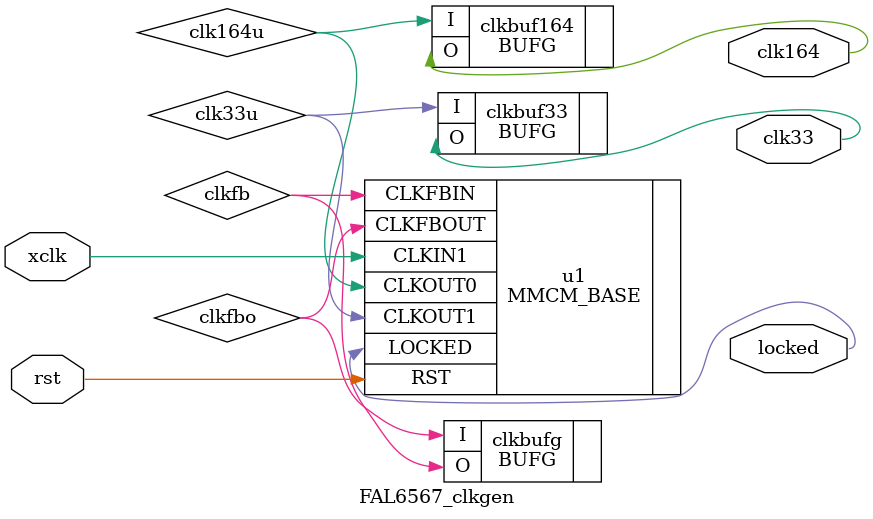
<source format=sv>
module FAL6567_clkgen(rst, xclk, clk164, clk33, locked);
parameter PAL = 1'b0;
input rst;
input xclk;     // 14.31818MHz color reference
output clk164;	// 5x 32.71705MHz
output clk33;		// 32.71705MHz
output locked;

wire clk33u;
wire clk164u;
wire clkfb,clkfbo;
BUFG clkbufg (.I(clkfbo), .O(clkfb));
BUFG clkbuf33 (.I(clk33u), .O(clk33));
BUFG clkbuf164 (.I(clk164u), .O(clk164));

// MMCM must be used rather than a PLL because the PLL min frequency is
// 19 MHz, just a bit too high for the 14.318MHz color reference clock.
// The MMCM has a min frequency of 10MHz.
MMCM_BASE u1
(
  .RST(rst),
  .CLKIN1(xclk),
  .CLKFBIN(clkfb),
  .CLKFBOUT(clkfbo),
  .LOCKED(locked),
  .CLKOUT0(clk164u),
  .CLKOUT1(clk33u)
);
defparam u1.CLKFBOUT_MULT_F = 57.125;     // can't be any higher than 64!  must place VCO frequency 800-1600 MHz (817Mhz)
defparam u1.CLKOUT0_DIVIDE_F = 5.00;			
defparam u1.CLKOUT1_DIVIDE = 25;
defparam u1.CLKIN1_PERIOD = 69.8412;

endmodule

</source>
